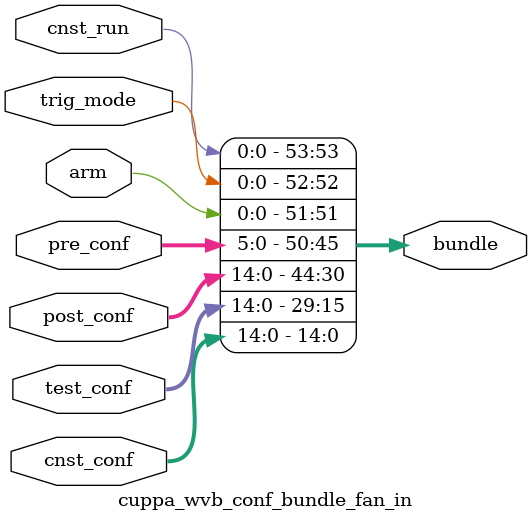
<source format=v>
module cuppa_wvb_conf_bundle_fan_in
  (
   bundle,
   cnst_conf,
   test_conf,
   post_conf,
   pre_conf,
   arm,
   trig_mode,
   cnst_run
  );

`include "cuppa_wvb_conf_bundle_inc.v"

   output [53:0] bundle;
   input [14:0] cnst_conf;
   input [14:0] test_conf;
   input [14:0] post_conf;
   input [5:0] pre_conf;
   input [0:0] arm;
   input [0:0] trig_mode;
   input [0:0] cnst_run;

assign bundle[14:0] = cnst_conf;
assign bundle[29:15] = test_conf;
assign bundle[44:30] = post_conf;
assign bundle[50:45] = pre_conf;
assign bundle[51:51] = arm;
assign bundle[52:52] = trig_mode;
assign bundle[53:53] = cnst_run;


endmodule

</source>
